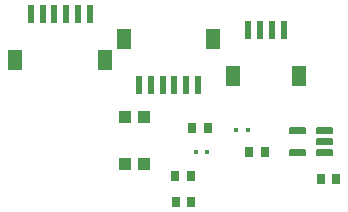
<source format=gbr>
G04 EAGLE Gerber RS-274X export*
G75*
%MOMM*%
%FSLAX34Y34*%
%LPD*%
%INSolderpaste Top*%
%IPPOS*%
%AMOC8*
5,1,8,0,0,1.08239X$1,22.5*%
G01*
%ADD10R,0.350000X0.350000*%
%ADD11C,0.145000*%
%ADD12R,0.600000X1.500000*%
%ADD13R,1.200000X1.800000*%
%ADD14R,1.000000X1.000000*%
%ADD15R,0.700000X0.900000*%


D10*
X435164Y308491D03*
X445164Y308491D03*
X479505Y327134D03*
X469505Y327134D03*
D11*
X538203Y310353D02*
X550653Y310353D01*
X550653Y306003D01*
X538203Y306003D01*
X538203Y310353D01*
X538203Y307380D02*
X550653Y307380D01*
X550653Y308757D02*
X538203Y308757D01*
X538203Y310134D02*
X550653Y310134D01*
X550653Y319853D02*
X538203Y319853D01*
X550653Y319853D02*
X550653Y315503D01*
X538203Y315503D01*
X538203Y319853D01*
X538203Y316880D02*
X550653Y316880D01*
X550653Y318257D02*
X538203Y318257D01*
X538203Y319634D02*
X550653Y319634D01*
X550653Y329353D02*
X538203Y329353D01*
X550653Y329353D02*
X550653Y325003D01*
X538203Y325003D01*
X538203Y329353D01*
X538203Y326380D02*
X550653Y326380D01*
X550653Y327757D02*
X538203Y327757D01*
X538203Y329134D02*
X550653Y329134D01*
X527353Y329353D02*
X514903Y329353D01*
X527353Y329353D02*
X527353Y325003D01*
X514903Y325003D01*
X514903Y329353D01*
X514903Y326380D02*
X527353Y326380D01*
X527353Y327757D02*
X514903Y327757D01*
X514903Y329134D02*
X527353Y329134D01*
X527353Y310353D02*
X514903Y310353D01*
X527353Y310353D02*
X527353Y306003D01*
X514903Y306003D01*
X514903Y310353D01*
X514903Y307380D02*
X527353Y307380D01*
X527353Y308757D02*
X514903Y308757D01*
X514903Y310134D02*
X527353Y310134D01*
D12*
X295543Y425972D03*
X305543Y425972D03*
X315543Y425972D03*
X325543Y425972D03*
X335543Y425972D03*
X345543Y425972D03*
D13*
X282543Y386972D03*
X358543Y386972D03*
D12*
X479751Y412369D03*
X489751Y412369D03*
X499751Y412369D03*
X509751Y412369D03*
D13*
X466751Y373369D03*
X522751Y373369D03*
D12*
X437194Y365287D03*
X427194Y365287D03*
X417194Y365287D03*
X407194Y365287D03*
X397194Y365287D03*
X387194Y365287D03*
D13*
X450194Y404287D03*
X374194Y404287D03*
D14*
X391624Y298287D03*
X375624Y298287D03*
X375624Y338287D03*
X391624Y338287D03*
D15*
X432318Y328701D03*
X445318Y328701D03*
X493474Y308699D03*
X480474Y308699D03*
X418518Y266736D03*
X431518Y266736D03*
X417949Y288239D03*
X430949Y288239D03*
X541086Y285626D03*
X554086Y285626D03*
M02*

</source>
